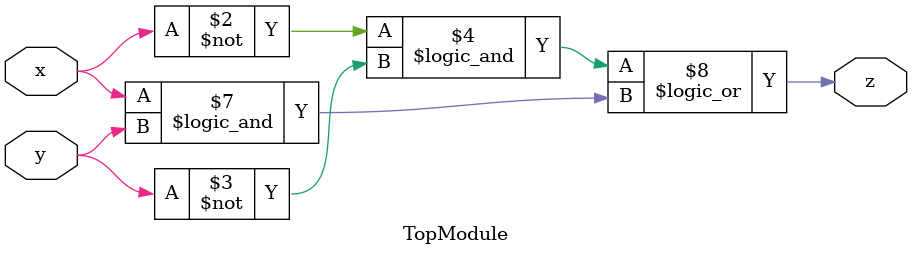
<source format=sv>
module TopModule (
    input logic x,
    input logic y,
    output logic z
);

    always @(*) begin
        z = (x == 1'b0 && y == 1'b0) || (x == 1'b1 && y == 1'b1);
    end

endmodule
</source>
